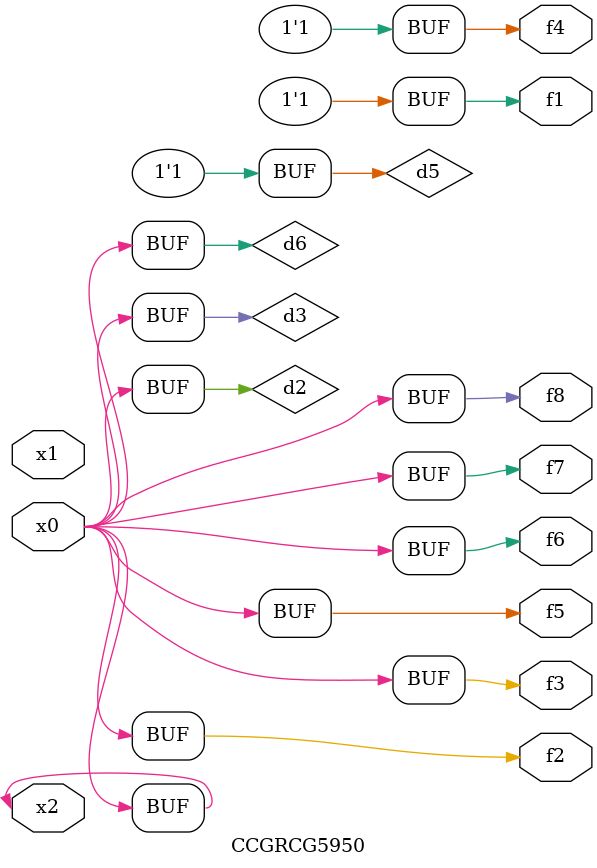
<source format=v>
module CCGRCG5950(
	input x0, x1, x2,
	output f1, f2, f3, f4, f5, f6, f7, f8
);

	wire d1, d2, d3, d4, d5, d6;

	xnor (d1, x2);
	buf (d2, x0, x2);
	and (d3, x0);
	xnor (d4, x1, x2);
	nand (d5, d1, d3);
	buf (d6, d2, d3);
	assign f1 = d5;
	assign f2 = d6;
	assign f3 = d6;
	assign f4 = d5;
	assign f5 = d6;
	assign f6 = d6;
	assign f7 = d6;
	assign f8 = d6;
endmodule

</source>
